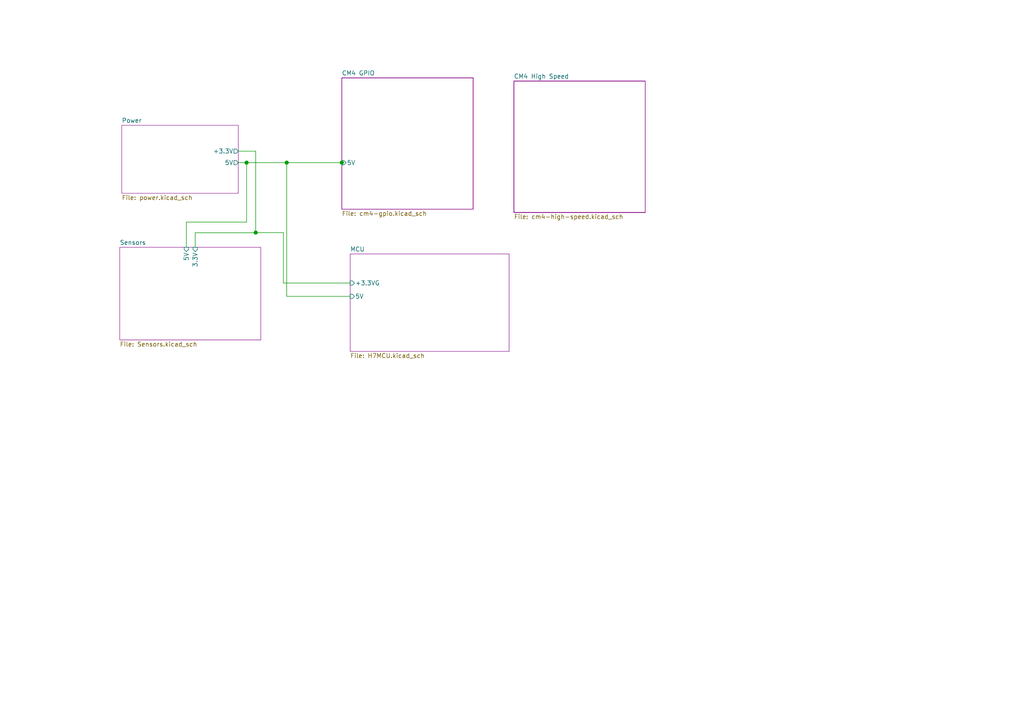
<source format=kicad_sch>
(kicad_sch (version 20210126) (generator eeschema)
  (paper "A4")
  (title_block (title "Raspberry Pi Compute Module 4 Carrier Template") (date "2020-10-31") (rev "v01") (comment 2 "creativecommons.org/licenses/by-sa/4.0/") (comment 3 "License: CC BY 4.0") (comment 4 "Author: Shawn Hymel"))
  (lib_symbols)
  (junction (at 71.5264 47.1678) (diameter 1.016))
  (junction (at 74.168 67.4624) (diameter 1.016))
  (junction (at 83.1596 47.1678) (diameter 1.016))
  (junction (at 99.1362 47.1678) (diameter 1.016))
  (wire (pts (xy 54.0512 64.4144) (xy 71.5264 64.4144)))
  (wire (pts (xy 54.0512 71.7296) (xy 54.0512 64.4144)))
  (wire (pts (xy 56.6166 67.5132) (xy 56.6166 71.7296)))
  (wire (pts (xy 69.1388 43.8404) (xy 74.168 43.8404)))
  (wire (pts (xy 69.1388 47.1678) (xy 71.5264 47.1678)))
  (wire (pts (xy 71.5264 47.1678) (xy 71.5264 64.4144)))
  (wire (pts (xy 71.5264 47.1678) (xy 83.1596 47.1678)))
  (wire (pts (xy 74.168 43.8404) (xy 74.168 67.4624)))
  (wire (pts (xy 74.168 67.4624) (xy 74.168 67.5132)))
  (wire (pts (xy 74.168 67.5132) (xy 56.6166 67.5132)))
  (wire (pts (xy 82.1944 67.4624) (xy 74.168 67.4624)))
  (wire (pts (xy 82.1944 82.0928) (xy 82.1944 67.4624)))
  (wire (pts (xy 83.1596 47.1678) (xy 83.1596 85.9536)))
  (wire (pts (xy 83.1596 47.1678) (xy 99.1362 47.1678)))
  (wire (pts (xy 83.1596 85.9536) (xy 101.5492 85.9536)))
  (wire (pts (xy 99.1362 47.1424) (xy 99.1362 47.1678)))
  (wire (pts (xy 99.1362 47.1678) (xy 99.1362 47.1932)))
  (wire (pts (xy 101.5492 82.0928) (xy 82.1944 82.0928)))
  (sheet (at 99.1362 22.5806) (size 38.1 38.1) (stroke (width 0) (color 132 0 132 1)) (fill (color 255 255 255 0.0000))
    (property "Sheet name" "CM4 GPIO" (at 99.1362 21.9451 0) (effects (justify left bottom)))
    (property "Sheet file" "cm4-gpio.kicad_sch" (at 99.1362 61.1891 0) (effects (justify left top)))
    (pin "5V" input (at 99.1362 47.1932 180))
  )
  (sheet (at 149.0472 23.5204) (size 38.1 38.1) (stroke (width 0) (color 132 0 132 1)) (fill (color 255 255 255 0.0000))
    (property "Sheet name" "CM4 High Speed" (at 149.0472 22.8849 0) (effects (justify left bottom)))
    (property "Sheet file" "cm4-high-speed.kicad_sch" (at 149.0472 62.1289 0) (effects (justify left top)))
  )
  (sheet (at 101.5492 73.66) (size 46.101 28.2702) (stroke (width 0.001) (color 132 0 132 1)) (fill (color 255 255 255 0.0000))
    (property "Sheet name" "MCU" (at 101.5492 73.0241 0) (effects (justify left bottom)))
    (property "Sheet file" "H7MCU.kicad_sch" (at 101.5492 102.4391 0) (effects (justify left top)))
    (pin "+3.3VG" input (at 101.5492 82.0928 180))
    (pin "5V" input (at 101.5492 85.9536 180))
  )
  (sheet (at 35.306 36.322) (size 33.8328 19.7612) (stroke (width 0.001) (color 132 0 132 1)) (fill (color 255 255 255 0.0000))
    (property "Sheet name" "Power" (at 35.306 35.6861 0) (effects (justify left bottom)))
    (property "Sheet file" "power.kicad_sch" (at 35.306 56.5921 0) (effects (justify left top)))
    (pin "+3.3V" output (at 69.1388 43.8404 0))
    (pin "5V" output (at 69.1388 47.1678 0))
  )
  (sheet (at 34.7218 71.7296) (size 40.9448 26.8732) (stroke (width 0.001) (color 132 0 132 1)) (fill (color 255 255 255 0.0000))
    (property "Sheet name" "Sensors" (at 34.7218 71.0937 0) (effects (justify left bottom)))
    (property "Sheet file" "Sensors.kicad_sch" (at 34.7218 99.1117 0) (effects (justify left top)))
    (pin "3.3V" input (at 56.6166 71.7296 90))
    (pin "5V" input (at 54.0512 71.7296 90))
  )
)
</source>
